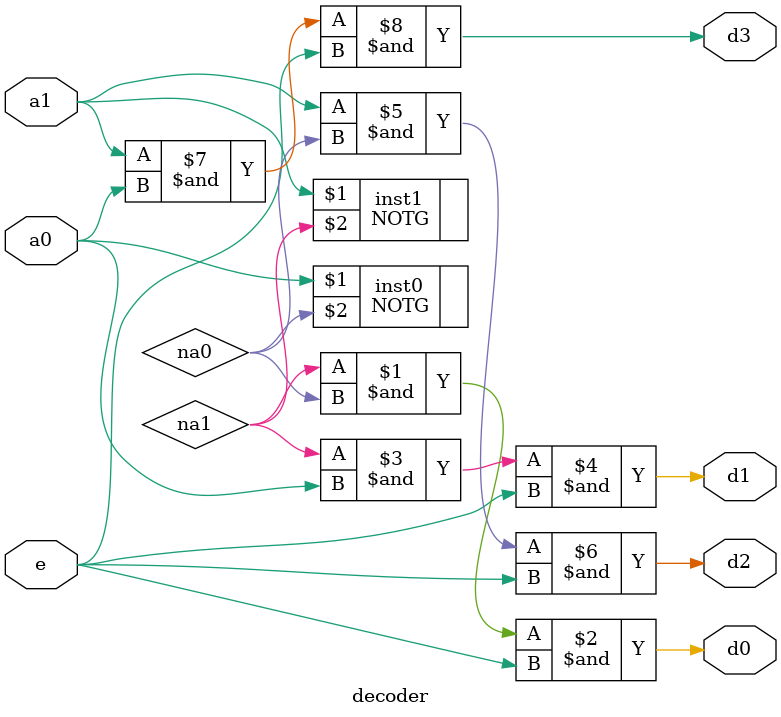
<source format=sv>
`timescale 1ns/1ps
module lab3_g8_p3(
    input logic a0,a1,e, //e enable pin
    output logic d0,d1,d2,d3
);
logic na0,na1;
NOTG inst0(a0,na0);
NOTG inst1(a1,na1);

assign d0 = na1 & na0 & e;
assign d1 = na1 & a0 & e;
assign d2 = a1 & na0 & e;
assign d3 = a1 & a0 & e;


endmodule

module decoder(
    input logic a0,a1,e, //e enable pin
    output logic d0,d1,d2,d3
);
logic na0,na1;
NOTG inst0(a0,na0);
NOTG inst1(a1,na1);

assign d0 = na1 & na0 & e;
assign d1 = na1 & a0 & e;
assign d2 = a1 & na0 & e;
assign d3 = a1 & a0 & e;


endmodule

</source>
